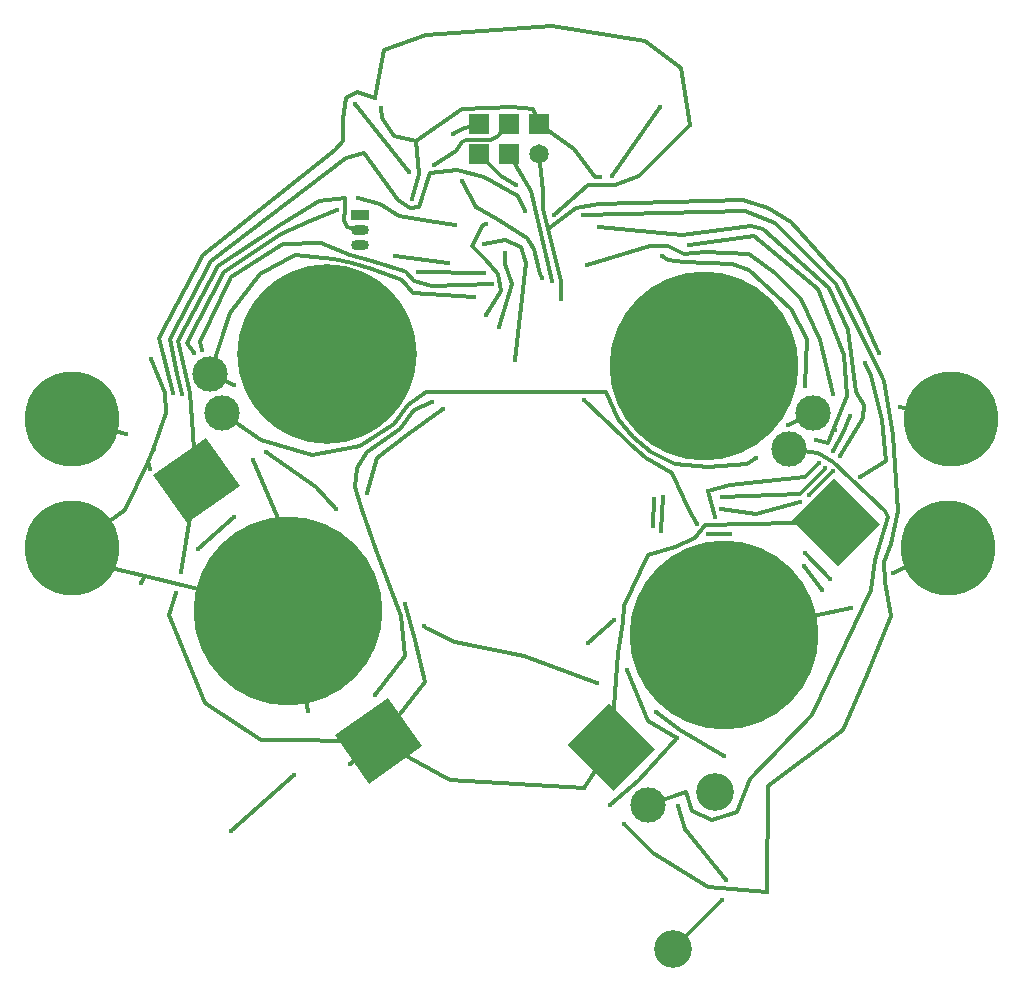
<source format=gbl>
G04 #@! TF.FileFunction,Copper,L2,Bot,Signal*
%FSLAX46Y46*%
G04 Gerber Fmt 4.6, Leading zero omitted, Abs format (unit mm)*
G04 Created by KiCad (PCBNEW 4.0.7-e2-6376~58~ubuntu16.04.1) date Sun Nov 19 08:32:38 2017*
%MOMM*%
%LPD*%
G01*
G04 APERTURE LIST*
%ADD10C,0.100000*%
%ADD11C,15.200000*%
%ADD12C,16.000000*%
%ADD13C,3.200000*%
%ADD14C,3.000000*%
%ADD15R,1.651000X1.651000*%
%ADD16C,1.651000*%
%ADD17C,8.000000*%
%ADD18O,1.500000X0.900000*%
%ADD19R,1.500000X0.900000*%
%ADD20C,0.400000*%
%ADD21C,0.355600*%
G04 APERTURE END LIST*
D10*
D11*
X96287443Y-45161540D03*
D12*
X128287443Y-46161540D03*
D10*
G36*
X81590231Y-55381400D02*
X86095567Y-52226730D01*
X88963449Y-56322490D01*
X84458113Y-59477160D01*
X81590231Y-55381400D01*
X81590231Y-55381400D01*
G37*
D12*
X92991443Y-66869540D03*
D10*
G36*
X97019437Y-77416590D02*
X101524773Y-74261920D01*
X104392655Y-78357680D01*
X99887319Y-81512350D01*
X97019437Y-77416590D01*
X97019437Y-77416590D01*
G37*
G36*
X120583634Y-82122437D02*
X116694546Y-78233349D01*
X120230080Y-74697815D01*
X124119168Y-78586903D01*
X120583634Y-82122437D01*
X120583634Y-82122437D01*
G37*
D12*
X129917443Y-68899540D03*
D10*
G36*
X139604806Y-63101265D02*
X135715718Y-59212177D01*
X139251252Y-55676643D01*
X143140340Y-59565731D01*
X139604806Y-63101265D01*
X139604806Y-63101265D01*
G37*
D13*
X125652670Y-95467909D03*
X129198491Y-82234725D03*
D14*
X123528629Y-83303681D03*
D15*
X114275000Y-25691000D03*
X111735000Y-25691000D03*
X109195000Y-25691000D03*
D16*
X114275000Y-28231000D03*
D15*
X111735000Y-28231000D03*
X109195000Y-28231000D03*
D17*
X74703443Y-61535540D03*
X74703443Y-50613540D03*
X149125443Y-50613540D03*
X148871443Y-61535540D03*
D14*
X137441443Y-50105540D03*
X86387443Y-46803540D03*
X87403443Y-50105540D03*
X135409443Y-53153540D03*
D18*
X99087443Y-34611540D03*
X99087443Y-35881540D03*
D19*
X99087443Y-33341540D03*
D20*
X102957443Y-66339540D03*
X99737443Y-56869540D03*
X106147443Y-49779540D03*
X112287443Y-45679540D03*
X119457443Y-30189540D03*
X98297443Y-79879540D03*
X83927443Y-63619540D03*
X83537443Y-65379540D03*
X113167443Y-37429540D03*
X109617443Y-35859540D03*
X118077443Y-81849540D03*
X100927443Y-24339540D03*
X103557443Y-32029540D03*
X130827443Y-68589540D03*
X127187443Y-66099540D03*
X100037443Y-63989540D03*
X94687443Y-75329540D03*
X87387443Y-64149540D03*
X90077443Y-54089540D03*
X81317443Y-54879540D03*
X132177443Y-61729540D03*
X126917443Y-74709540D03*
X123387443Y-72969540D03*
X81417443Y-45539540D03*
X90297443Y-61289540D03*
X94507443Y-69889540D03*
X99897443Y-70619540D03*
X144287443Y-63659540D03*
X80577443Y-64499540D03*
X106957443Y-26519540D03*
X136737443Y-63089540D03*
X138217443Y-65129540D03*
X140677443Y-66629540D03*
X109587443Y-38239540D03*
X104067443Y-38149540D03*
X98727443Y-23969540D03*
X103297443Y-29729540D03*
X120423443Y-30039540D03*
X124487443Y-24197540D03*
X129697443Y-58224540D03*
X136382443Y-57639540D03*
X143072443Y-45089540D03*
X141892443Y-45904540D03*
X141487443Y-55514540D03*
X121697443Y-71869540D03*
X116105443Y-40453540D03*
X125987443Y-77659540D03*
X120277443Y-83289540D03*
X118387443Y-69569540D03*
X120657443Y-67639540D03*
X124577443Y-60119540D03*
X124807443Y-57229540D03*
X115343443Y-38929540D03*
X112295443Y-30801540D03*
X126062443Y-83379540D03*
X129752443Y-91364540D03*
X130142443Y-89689540D03*
X83317443Y-48399540D03*
X115517443Y-33349540D03*
X100357443Y-23435540D03*
X127027443Y-25721540D03*
X129922443Y-79204540D03*
X107767443Y-30509540D03*
X105387443Y-29139540D03*
X114537443Y-38669540D03*
X108947443Y-32719540D03*
X118057443Y-48999540D03*
X124197443Y-75449540D03*
X127637443Y-59514540D03*
X97127443Y-58219540D03*
X91137443Y-53459540D03*
X88467443Y-47749540D03*
X104517443Y-68179540D03*
X119157443Y-72949540D03*
X108767443Y-40299540D03*
X113097443Y-33049540D03*
X84067443Y-48479540D03*
X85367443Y-61629540D03*
X88457443Y-58929540D03*
X109797443Y-41819540D03*
X109757443Y-34129540D03*
X85067443Y-45089540D03*
X107147443Y-34239540D03*
X98937443Y-31959540D03*
X97147443Y-32959540D03*
X106587443Y-37449540D03*
X102127443Y-36849540D03*
X110277443Y-39209540D03*
X85727443Y-44759540D03*
X100357443Y-74019540D03*
X105217443Y-49229540D03*
X123957443Y-59729540D03*
X123987443Y-57439540D03*
X138532443Y-54804540D03*
X139127443Y-53329540D03*
X140607443Y-50409540D03*
X139207443Y-48529540D03*
X129737443Y-57254540D03*
X118307443Y-37619540D03*
X137172443Y-57104540D03*
X139142443Y-55064540D03*
X139777443Y-53739540D03*
X119387443Y-34359540D03*
X130467443Y-60369540D03*
X128597443Y-60339540D03*
X129202443Y-58899540D03*
X128597443Y-56724540D03*
X137997443Y-54324540D03*
X136807443Y-62009540D03*
X138927443Y-64179540D03*
X136837443Y-47849540D03*
X124687443Y-36849540D03*
X139357443Y-51579540D03*
X126937443Y-35939540D03*
X137717443Y-52449540D03*
X144807443Y-49597540D03*
X79277443Y-51899540D03*
X132615443Y-53915540D03*
X135327443Y-51179540D03*
X118017443Y-33379540D03*
X121507443Y-84909540D03*
X133607443Y-90689540D03*
X111417443Y-36559540D03*
X110917443Y-42859540D03*
X93547443Y-80799540D03*
X88207443Y-85499540D03*
D21*
X125797443Y-61438030D02*
X127452443Y-60729540D01*
X127452443Y-60729540D02*
X128327443Y-59619540D01*
X120406857Y-78410126D02*
X120947443Y-70439540D01*
X120947443Y-70439540D02*
X121367443Y-67829540D01*
X121367443Y-67829540D02*
X121477443Y-66449540D01*
X121477443Y-66449540D02*
X123507443Y-62129540D01*
X123507443Y-62129540D02*
X125797443Y-61438030D01*
X125797443Y-61438030D02*
X125792443Y-61439540D01*
X128327443Y-59619540D02*
X139428029Y-59388954D01*
X103767443Y-69359540D02*
X102957443Y-66339540D01*
X99737443Y-56869540D02*
X100567443Y-53969540D01*
X100567443Y-53969540D02*
X103107443Y-51999540D01*
X103107443Y-51999540D02*
X106147443Y-49779540D01*
X112287443Y-45679540D02*
X113167443Y-37429540D01*
X100706046Y-77887135D02*
X104637443Y-72899540D01*
X104637443Y-72899540D02*
X103767443Y-69359540D01*
X103767443Y-69359540D02*
X103767443Y-69359540D01*
X119027443Y-30144397D02*
X119457443Y-30189540D01*
X113167443Y-37429540D02*
X112787443Y-36039540D01*
X112787443Y-36039540D02*
X111417443Y-35479540D01*
X111417443Y-35479540D02*
X109617443Y-35859540D01*
X97837443Y-32839540D02*
X97787443Y-33809540D01*
X97787443Y-33809540D02*
X97997443Y-34389540D01*
X97997443Y-34389540D02*
X99087443Y-34611540D01*
X92317443Y-34229540D02*
X95657443Y-32189540D01*
X95657443Y-32189540D02*
X97817443Y-31909540D01*
X97817443Y-31909540D02*
X97837443Y-32839540D01*
X98297443Y-79879540D02*
X100706046Y-77887135D01*
X85276840Y-55851945D02*
X83927443Y-63619540D01*
X83537443Y-65379540D02*
X82977443Y-67249540D01*
X82977443Y-67249540D02*
X85997443Y-74659540D01*
X85997443Y-74659540D02*
X90717443Y-77839540D01*
X90717443Y-77839540D02*
X100706046Y-77887135D01*
X84967443Y-51907043D02*
X84737443Y-48449540D01*
X84737443Y-48449540D02*
X83737443Y-44059540D01*
X83737443Y-44059540D02*
X87117443Y-37659540D01*
X87117443Y-37659540D02*
X92317443Y-34229540D01*
X85276840Y-55851945D02*
X84967443Y-51907043D01*
X84967443Y-51907043D02*
X84957443Y-51779540D01*
X118077443Y-81849540D02*
X106757443Y-81219540D01*
X106757443Y-81219540D02*
X100706046Y-77887135D01*
X118077443Y-81849540D02*
X120406857Y-78410126D01*
X100927443Y-24339540D02*
X100957443Y-25129540D01*
X100957443Y-25129540D02*
X102007443Y-26679540D01*
X102007443Y-26679540D02*
X103847443Y-27069540D01*
X114275000Y-25691000D02*
X113777443Y-24429540D01*
X113777443Y-24429540D02*
X111967443Y-24229540D01*
X111967443Y-24229540D02*
X107797443Y-24349540D01*
X107797443Y-24349540D02*
X103847443Y-27069540D01*
X103847443Y-27069540D02*
X104077443Y-29869540D01*
X104077443Y-29869540D02*
X103557443Y-32029540D01*
X114275000Y-25691000D02*
X117227443Y-27809540D01*
X117227443Y-27809540D02*
X119027443Y-30144397D01*
X119027443Y-30144397D02*
X118977443Y-30079540D01*
X130827443Y-68589540D02*
X129917443Y-68899540D01*
X127187443Y-66099540D02*
X129917443Y-68899540D01*
X100037443Y-63989540D02*
X92991443Y-66869540D01*
X94687443Y-75329540D02*
X92991443Y-66869540D01*
X87387443Y-64149540D02*
X92991443Y-66869540D01*
X90077443Y-54089540D02*
X92087443Y-58869540D01*
X92087443Y-58869540D02*
X92991443Y-66869540D01*
X81317443Y-54879540D02*
X81141099Y-54314073D01*
X81141099Y-54314073D02*
X81141099Y-54314074D01*
X132177443Y-61729540D02*
X129917443Y-68899540D01*
X126917443Y-74709540D02*
X129917443Y-68899540D01*
X123387443Y-72969540D02*
X129917443Y-68899540D01*
X81633864Y-53287820D02*
X82657443Y-50149540D01*
X82657443Y-50149540D02*
X82577443Y-48409540D01*
X82577443Y-48409540D02*
X81417443Y-45539540D01*
X74703443Y-61535540D02*
X79227443Y-58299540D01*
X79227443Y-58299540D02*
X81141099Y-54314074D01*
X81141099Y-54314074D02*
X81633864Y-53287820D01*
X81633864Y-53287820D02*
X81647443Y-53259540D01*
X90297443Y-61289540D02*
X92991443Y-66869540D01*
X94507443Y-69889540D02*
X92991443Y-66869540D01*
X99897443Y-70619540D02*
X92991443Y-66869540D01*
X148871443Y-61535540D02*
X144287443Y-63659540D01*
X80577443Y-64499540D02*
X80895297Y-63937141D01*
X129821443Y-68901540D02*
X140677443Y-66629540D01*
X109195000Y-25691000D02*
X107727443Y-26049540D01*
X107727443Y-26049540D02*
X106957443Y-26519540D01*
X92991443Y-66869540D02*
X80895297Y-63937141D01*
X80895297Y-63937141D02*
X76227443Y-62805540D01*
X136737443Y-63089540D02*
X138217443Y-65129540D01*
X109587443Y-38239540D02*
X104067443Y-38149540D01*
X98727443Y-23969540D02*
X103297443Y-29729540D01*
X120423443Y-30039540D02*
X124487443Y-24197540D01*
X129697443Y-58224540D02*
X132656691Y-58701903D01*
X136382443Y-57639540D02*
X132656691Y-58701903D01*
X132656691Y-58701903D02*
X132647443Y-58704540D01*
X139352443Y-38126162D02*
X140002443Y-38789540D01*
X140002443Y-38789540D02*
X141507443Y-41694540D01*
X141507443Y-41694540D02*
X142782443Y-44559540D01*
X142782443Y-44559540D02*
X143032443Y-45069540D01*
X143032443Y-45069540D02*
X143072443Y-45089540D01*
X141892443Y-45904540D02*
X142392443Y-47024540D01*
X142392443Y-47024540D02*
X143302443Y-50684540D01*
X143302443Y-50684540D02*
X143637443Y-54164540D01*
X143637443Y-54164540D02*
X141487443Y-55514540D01*
X131552443Y-32129310D02*
X133707443Y-32794540D01*
X133707443Y-32794540D02*
X135577443Y-33934540D01*
X135577443Y-33934540D02*
X139352443Y-38126162D01*
X139352443Y-38126162D02*
X139292443Y-38059540D01*
X115018796Y-34582952D02*
X117432443Y-32799540D01*
X117432443Y-32799540D02*
X119357443Y-32409540D01*
X119357443Y-32409540D02*
X131552443Y-32129310D01*
X131552443Y-32129310D02*
X131542443Y-32129540D01*
X125987443Y-77659540D02*
X123522443Y-76244540D01*
X123522443Y-76244540D02*
X121697443Y-71869540D01*
X114581443Y-31309540D02*
X114581443Y-32833540D01*
X114581443Y-32833540D02*
X115018796Y-34582952D01*
X115018796Y-34582952D02*
X115343443Y-35881540D01*
X115343443Y-35881540D02*
X116105443Y-38929540D01*
X116105443Y-40453540D02*
X116105443Y-38929540D01*
X114581443Y-31309540D02*
X114275000Y-28231000D01*
X125987443Y-77659540D02*
X122777443Y-81239540D01*
X122777443Y-81239540D02*
X120277443Y-83289540D01*
X118387443Y-69569540D02*
X120657443Y-67639540D01*
X124577443Y-60119540D02*
X124807443Y-57229540D01*
X111735000Y-28231000D02*
X113565443Y-31309540D01*
X113565443Y-31309540D02*
X115343443Y-38929540D01*
X109195000Y-28231000D02*
X111025443Y-30039540D01*
X111025443Y-30039540D02*
X112295443Y-30801540D01*
X126607443Y-85384540D02*
X126062443Y-83379540D01*
X125652670Y-95467909D02*
X129752443Y-91364540D01*
X130142443Y-89689540D02*
X126607443Y-85384540D01*
X126607443Y-85384540D02*
X126642443Y-85419540D01*
X83317443Y-48399540D02*
X82137443Y-43769540D01*
X82137443Y-43769540D02*
X85827443Y-36739540D01*
X85827443Y-36739540D02*
X97017443Y-27889540D01*
X97017443Y-27889540D02*
X97647443Y-27099540D01*
X97647443Y-27099540D02*
X97667443Y-25249540D01*
X97667443Y-25249540D02*
X97947443Y-23419540D01*
X97947443Y-23419540D02*
X98857443Y-22989540D01*
X98857443Y-22989540D02*
X100357443Y-23435540D01*
X115517443Y-33349540D02*
X118391443Y-30801540D01*
X100357443Y-23435540D02*
X101119443Y-19371540D01*
X101119443Y-19371540D02*
X104675443Y-18101540D01*
X104675443Y-18101540D02*
X115343443Y-17339540D01*
X115343443Y-17339540D02*
X123217443Y-18609540D01*
X123217443Y-18609540D02*
X126265443Y-20895540D01*
X126265443Y-20895540D02*
X127027443Y-25721540D01*
X127027443Y-25721540D02*
X122709443Y-30039540D01*
X122709443Y-30039540D02*
X120677443Y-30801540D01*
X120677443Y-30801540D02*
X119915443Y-30801540D01*
X119915443Y-30801540D02*
X118391443Y-30801540D01*
X124197443Y-75449540D02*
X126232443Y-76959540D01*
X126232443Y-76959540D02*
X129922443Y-79204540D01*
X107247443Y-27919540D02*
X107757443Y-27209540D01*
X107757443Y-27209540D02*
X108057443Y-26979540D01*
X108057443Y-26979540D02*
X110247443Y-26989540D01*
X110247443Y-26989540D02*
X110777443Y-26689540D01*
X110777443Y-26689540D02*
X111735000Y-25691000D01*
X108947443Y-32719540D02*
X107767443Y-30509540D01*
X105387443Y-29139540D02*
X107247443Y-27919540D01*
X113857443Y-36261207D02*
X114357443Y-38389540D01*
X114357443Y-38389540D02*
X114537443Y-38669540D01*
X108947443Y-32719540D02*
X110687443Y-33739540D01*
X110687443Y-33739540D02*
X113237443Y-35279540D01*
X113237443Y-35279540D02*
X113857443Y-36261207D01*
X113857443Y-36261207D02*
X113717443Y-36039540D01*
X118057443Y-48999540D02*
X121337443Y-52049540D01*
X121337443Y-52049540D02*
X121967443Y-52779540D01*
X121967443Y-52779540D02*
X123307443Y-53939540D01*
X125537443Y-55249540D02*
X126957443Y-58339540D01*
X126957443Y-58339540D02*
X127637443Y-59514540D01*
X123307443Y-53939540D02*
X125537443Y-55249540D01*
X97127443Y-58219540D02*
X95367443Y-56389540D01*
X95367443Y-56389540D02*
X91137443Y-53459540D01*
X88467443Y-47749540D02*
X86387443Y-46803540D01*
X104687443Y-68329540D02*
X104517443Y-68179540D01*
X119157443Y-72949540D02*
X113047443Y-70669540D01*
X113047443Y-70669540D02*
X107167443Y-69509540D01*
X107167443Y-69509540D02*
X104687443Y-68329540D01*
X93634450Y-36786321D02*
X96897443Y-37089540D01*
X96897443Y-37089540D02*
X98437443Y-37429540D01*
X98437443Y-37429540D02*
X100147443Y-37929540D01*
X100147443Y-37929540D02*
X102717443Y-38909540D01*
X108767443Y-40299540D02*
X103607443Y-39949540D01*
X103607443Y-39949540D02*
X102717443Y-38909540D01*
X93647443Y-36779540D02*
X93634450Y-36786321D01*
X93634450Y-36786321D02*
X90677443Y-38329540D01*
X90677443Y-38329540D02*
X88087443Y-41699540D01*
X88087443Y-41699540D02*
X86387443Y-46803540D01*
X112527443Y-31729540D02*
X113097443Y-33049540D01*
X109617443Y-30109540D02*
X112527443Y-31729540D01*
X107357443Y-29569540D02*
X109617443Y-30109540D01*
X105067443Y-29799540D02*
X107357443Y-29569540D01*
X104157443Y-32659540D02*
X105067443Y-29799540D01*
X103377443Y-32769540D02*
X104157443Y-32659540D01*
X102357443Y-32069540D02*
X103377443Y-32769540D01*
X99447443Y-28139540D02*
X102357443Y-32069540D01*
X97917443Y-28509540D02*
X99447443Y-28139540D01*
X86477443Y-37269540D02*
X97917443Y-28509540D01*
X83017443Y-43849540D02*
X86477443Y-37269540D01*
X83647443Y-46859540D02*
X83017443Y-43849540D01*
X84067443Y-48479540D02*
X83647443Y-46859540D01*
X85367443Y-61629540D02*
X88457443Y-58929540D01*
X109797443Y-41819540D02*
X111057443Y-39799540D01*
X111057443Y-39799540D02*
X110797443Y-38349540D01*
X110797443Y-38349540D02*
X109717443Y-37079540D01*
X109717443Y-37079540D02*
X108587443Y-35979540D01*
X108587443Y-35979540D02*
X109507443Y-34209540D01*
X109507443Y-34209540D02*
X109757443Y-34129540D01*
X87577443Y-38159540D02*
X84447443Y-44199540D01*
X84447443Y-44199540D02*
X85067443Y-45089540D01*
X94857443Y-33879540D02*
X92437443Y-35009540D01*
X92437443Y-35009540D02*
X87577443Y-38159540D01*
X104947443Y-33859540D02*
X107147443Y-34239540D01*
X102457443Y-33479540D02*
X104947443Y-33859540D01*
X100837443Y-32409540D02*
X102457443Y-33479540D01*
X98937443Y-31959540D02*
X100837443Y-32409540D01*
X94857443Y-33879540D02*
X97147443Y-32959540D01*
X106587443Y-37449540D02*
X102127443Y-36849540D01*
X102987443Y-38219540D02*
X103657443Y-38929540D01*
X103657443Y-38929540D02*
X105177443Y-39369540D01*
X105177443Y-39369540D02*
X110277443Y-39209540D01*
X95847443Y-35749540D02*
X98247443Y-36749540D01*
X98247443Y-36749540D02*
X100157443Y-37279540D01*
X100157443Y-37279540D02*
X102837443Y-38119540D01*
X102837443Y-38119540D02*
X102987443Y-38219540D01*
X85727443Y-44759540D02*
X85557443Y-44129540D01*
X85557443Y-44129540D02*
X88167443Y-38579540D01*
X88167443Y-38579540D02*
X92617443Y-35779540D01*
X92617443Y-35779540D02*
X95847443Y-35749540D01*
X102567443Y-67339540D02*
X102957443Y-70669540D01*
X102957443Y-70669540D02*
X100357443Y-74019540D01*
X99697443Y-53399540D02*
X102497443Y-51519540D01*
X102497443Y-51519540D02*
X103707443Y-49859540D01*
X98737443Y-56359540D02*
X98907443Y-54759540D01*
X98907443Y-54759540D02*
X99697443Y-53399540D01*
X102567443Y-67339540D02*
X100457443Y-61749540D01*
X100457443Y-61749540D02*
X99267443Y-58379540D01*
X99267443Y-58379540D02*
X98737443Y-56359540D01*
X103707443Y-49859540D02*
X105217443Y-49229540D01*
X123957443Y-59729540D02*
X123987443Y-57439540D01*
X128367443Y-36487833D02*
X126577443Y-36689540D01*
X126577443Y-36689540D02*
X125197443Y-36029540D01*
X125197443Y-36029540D02*
X123667443Y-35959540D01*
X123667443Y-35959540D02*
X118307443Y-37619540D01*
X136367443Y-56984540D02*
X138412443Y-54924540D01*
X138412443Y-54924540D02*
X138532443Y-54804540D01*
X139127443Y-53329540D02*
X140027443Y-51819540D01*
X140027443Y-51819540D02*
X140607443Y-50409540D01*
X139207443Y-48529540D02*
X138097443Y-43949540D01*
X138097443Y-43949540D02*
X136427443Y-40439540D01*
X136427443Y-40439540D02*
X134277443Y-38249540D01*
X134277443Y-38249540D02*
X132087443Y-36699540D01*
X132087443Y-36699540D02*
X128367443Y-36487833D01*
X128367443Y-36487833D02*
X128397443Y-36489540D01*
X129737443Y-57254540D02*
X136367443Y-56984540D01*
X137172443Y-57104540D02*
X139142443Y-55064540D01*
X139777443Y-53739540D02*
X141687443Y-50569540D01*
X141687443Y-50569540D02*
X141797443Y-49439540D01*
X141797443Y-49439540D02*
X141127443Y-48339540D01*
X141127443Y-48339540D02*
X140397443Y-43059540D01*
X140397443Y-43059540D02*
X138807443Y-39539540D01*
X138807443Y-39539540D02*
X133247443Y-34579540D01*
X133247443Y-34579540D02*
X132207443Y-34259540D01*
X132207443Y-34259540D02*
X126367443Y-35079540D01*
X126367443Y-35079540D02*
X119387443Y-34359540D01*
X130467443Y-60369540D02*
X128597443Y-60339540D01*
X129202443Y-58899540D02*
X128597443Y-56724540D01*
X128597443Y-56724540D02*
X130417443Y-56189540D01*
X133607443Y-55859540D02*
X136807443Y-55534540D01*
X130417443Y-56189540D02*
X133607443Y-55859540D01*
X136807443Y-55534540D02*
X137997443Y-54324540D01*
X136807443Y-62009540D02*
X138927443Y-64179540D01*
X136837443Y-47849540D02*
X136947443Y-43889540D01*
X136947443Y-43889540D02*
X135577443Y-41289540D01*
X124687443Y-36849540D02*
X125167443Y-37159540D01*
X125167443Y-37159540D02*
X126567443Y-37339540D01*
X126567443Y-37339540D02*
X130587443Y-37479540D01*
X130587443Y-37479540D02*
X132067443Y-38039540D01*
X135577443Y-41289540D02*
X132067443Y-38039540D01*
X139357443Y-51579540D02*
X139254926Y-51418496D01*
X139254926Y-51418496D02*
X139254926Y-51418497D01*
X126937443Y-35939540D02*
X132507443Y-35139540D01*
X132507443Y-35139540D02*
X137887443Y-39619540D01*
X137887443Y-39619540D02*
X140097443Y-45229540D01*
X140097443Y-45229540D02*
X140387443Y-48689540D01*
X140387443Y-48689540D02*
X139254926Y-51418497D01*
X139254926Y-51418497D02*
X138727443Y-52689540D01*
X138727443Y-52689540D02*
X137717443Y-52449540D01*
X149125443Y-50613540D02*
X144807443Y-49597540D01*
X74703443Y-50613540D02*
X79277443Y-51899540D01*
X87403443Y-50105540D02*
X90705443Y-52391540D01*
X90705443Y-52391540D02*
X95023443Y-53661540D01*
X95023443Y-53661540D02*
X99137443Y-52929540D01*
X99137443Y-52929540D02*
X101987443Y-51039540D01*
X101987443Y-51039540D02*
X103147443Y-49449540D01*
X103147443Y-49449540D02*
X104675443Y-48327540D01*
X104675443Y-48327540D02*
X119915443Y-48327540D01*
X119915443Y-48327540D02*
X120931443Y-50613540D01*
X120931443Y-50613540D02*
X122201443Y-52137540D01*
X122201443Y-52137540D02*
X123725443Y-53407540D01*
X123725443Y-53407540D02*
X125757443Y-54423540D01*
X125757443Y-54423540D02*
X128551443Y-54677540D01*
X128551443Y-54677540D02*
X131853443Y-54423540D01*
X131853443Y-54423540D02*
X132615443Y-53915540D01*
X135327443Y-51179540D02*
X137441443Y-50105540D01*
X144117443Y-67279540D02*
X143597443Y-64459540D01*
X143597443Y-64459540D02*
X143497443Y-62769540D01*
X143497443Y-62769540D02*
X144067443Y-61219540D01*
X144067443Y-61219540D02*
X144677443Y-58399540D01*
X144677443Y-58399540D02*
X144217443Y-51969540D01*
X144217443Y-51969540D02*
X143467443Y-47439540D01*
X143467443Y-47439540D02*
X139437443Y-39199540D01*
X139437443Y-39199540D02*
X134277443Y-34039540D01*
X134277443Y-34039540D02*
X131697443Y-32999540D01*
X131697443Y-32999540D02*
X118017443Y-33379540D01*
X133607443Y-90689540D02*
X133657443Y-81719540D01*
X133657443Y-81719540D02*
X140017443Y-76999540D01*
X140017443Y-76999540D02*
X142037443Y-72309540D01*
X142037443Y-72309540D02*
X144117443Y-67279540D01*
X121507443Y-84909540D02*
X123937443Y-87419540D01*
X123937443Y-87419540D02*
X128547443Y-90219540D01*
X128547443Y-90219540D02*
X133607443Y-90689540D01*
X111417443Y-37509540D02*
X111417443Y-36559540D01*
X110917443Y-42859540D02*
X111967443Y-39229540D01*
X111967443Y-39229540D02*
X111417443Y-37509540D01*
X111417443Y-37509540D02*
X111417443Y-37459540D01*
X93547443Y-80799540D02*
X88207443Y-85499540D01*
X128912443Y-84549540D02*
X127192443Y-83819540D01*
X127192443Y-83819540D02*
X126737443Y-82189540D01*
X126737443Y-82189540D02*
X123528629Y-83303681D01*
X132107443Y-81093540D02*
X131002443Y-83899540D01*
X131002443Y-83899540D02*
X128912443Y-84549540D01*
X132107443Y-81093540D02*
X137377443Y-75729540D01*
X137377443Y-75729540D02*
X142427443Y-65089540D01*
X137937443Y-53479540D02*
X135409443Y-53153540D01*
X143852970Y-58956824D02*
X143597443Y-58439540D01*
X142707443Y-62609540D02*
X143852970Y-58956824D01*
X142427443Y-65089540D02*
X142707443Y-62609540D01*
X139207443Y-54249540D02*
X137937443Y-53479540D01*
X143597443Y-58439540D02*
X139207443Y-54249540D01*
M02*

</source>
